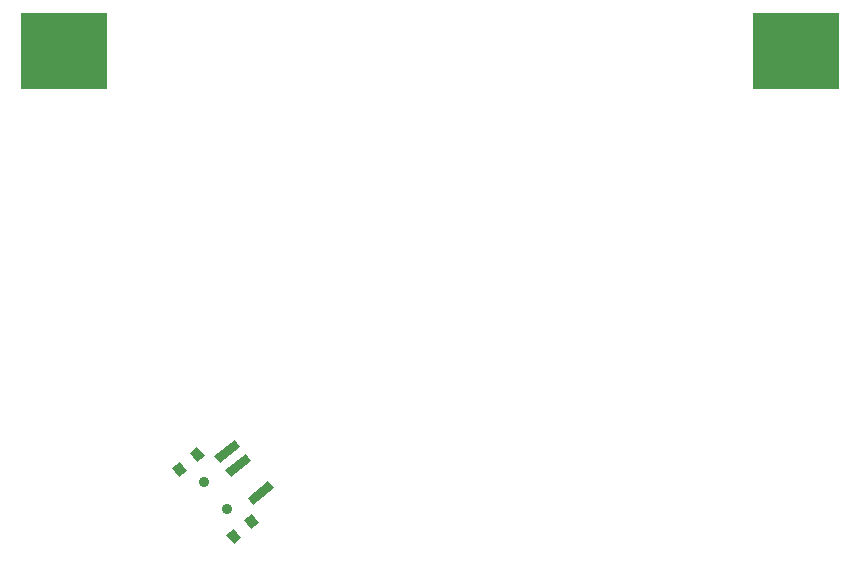
<source format=gbr>
G04 EAGLE Gerber RS-274X export*
G75*
%MOMM*%
%FSLAX34Y34*%
%LPD*%
%INSolderpaste Bottom*%
%IPPOS*%
%AMOC8*
5,1,8,0,0,1.08239X$1,22.5*%
G01*
%ADD10R,7.300000X6.400000*%
%ADD11R,2.209800X0.762000*%
%ADD12C,0.889000*%
%ADD13R,0.812800X0.990600*%


D10*
X320450Y-2379350D03*
X-300050Y-2379350D03*
D11*
G36*
X-150529Y-2714909D02*
X-167701Y-2728815D01*
X-172497Y-2722893D01*
X-155325Y-2708987D01*
X-150529Y-2714909D01*
G37*
G36*
X-141089Y-2726566D02*
X-158261Y-2740472D01*
X-163057Y-2734550D01*
X-145885Y-2720644D01*
X-141089Y-2726566D01*
G37*
G36*
X-122209Y-2749880D02*
X-139381Y-2763786D01*
X-144177Y-2757864D01*
X-127005Y-2743958D01*
X-122209Y-2749880D01*
G37*
D12*
X-162010Y-2767557D03*
X-180890Y-2744243D03*
D13*
G36*
X-149704Y-2791630D02*
X-156020Y-2796745D01*
X-162254Y-2789048D01*
X-155938Y-2783933D01*
X-149704Y-2791630D01*
G37*
G36*
X-134705Y-2779484D02*
X-141021Y-2784599D01*
X-147255Y-2776902D01*
X-140939Y-2771787D01*
X-134705Y-2779484D01*
G37*
G36*
X-195645Y-2734898D02*
X-201961Y-2740013D01*
X-208195Y-2732316D01*
X-201879Y-2727201D01*
X-195645Y-2734898D01*
G37*
G36*
X-180646Y-2722752D02*
X-186962Y-2727867D01*
X-193196Y-2720170D01*
X-186880Y-2715055D01*
X-180646Y-2722752D01*
G37*
M02*

</source>
